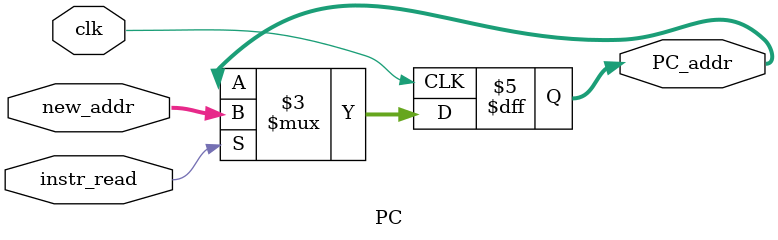
<source format=v>
module JorU_PCandRD(
	input isJorU,
	input [1:0]  JUtype,
	input [31:0] old_PC, imm, rs1,
	output reg [31:0] rd, new_PC
);
parameter 
    is_jalr = 0, is_jal = 1, is_auipc = 2, is_lui = 3; 
always@(*)
begin
	if(isJorU)
		case(JUtype)
			is_jalr: begin //JALR
				rd = old_PC + 4; 
                new_PC = imm + rs1;
			end
            is_jal: begin //JAL
				rd = old_PC + 4;
				new_PC = old_PC + imm;
			end
			is_auipc: begin //AUIPC
				rd = old_PC + imm;
				new_PC = old_PC + 4;
			end
			is_lui: begin //LUI
				rd = imm;
				new_PC = old_PC + 4;
			end
		endcase
	else begin
		rd = 0;
		new_PC = 0;
	end
end
endmodule

/*module JorU_PCandRD(
	input isJorU, jalr,
	input [2:0]  op_first3,
	input [31:0] old_PC, imm, rs1,
	output reg [31:0] rd, new_PC
);
always@(*)
begin
	if(isJorU)
		case(op_first3)
			3'b110: begin 
                if(jalr)begin //JALR
                    rd = old_PC + 4;
                    new_PC = imm + rs1;
                end
                else begin //JAL
                    rd = old_PC + 4;
				    new_PC = old_PC + imm;
                end
            end
			3'b001: begin //AUIPC
				rd = old_PC + imm;
				new_PC = old_PC + 4;
			end
			2'b10: begin //LUI
				rd = imm;
				new_PC = old_PC + 4;
			end
		endcase
	else begin
		rd = 0;
		new_PC = 0;
	end
end
endmodule
*/
module PCSrc(
    input branch, Zero, isJorU,
    output reg [1:0]pc_src
);

reg must_branch;
always @(*) begin
    must_branch = branch & Zero;
    if(isJorU)
        pc_src = 2'b11;
    else if(must_branch)
        pc_src = 2'b01;
    else
        pc_src = 2'b10;
end
endmodule


module PCmux(
    input isJorU,
    input [1:0]pc_src,
    input [31:0]old_pc, imm, pc_fromJU,
    output reg [31:0]new_pc
);
always @(*) begin
    case (pc_src)
        2'b11:
            if(isJorU)
                new_pc = pc_fromJU;
            else
                new_pc = old_pc + 4;
        2'b10:
            new_pc = old_pc + 4;
        2'b01:
            new_pc = old_pc + imm;
        default: 
            new_pc = old_pc + 4;
    endcase

end
endmodule


module PC(
    input clk, instr_read,
    input [31:0] new_addr,
    output reg [31:0] PC_addr
);
initial
	PC_addr = 0;

always@(negedge clk)
    begin
        if(instr_read) begin
            PC_addr <= new_addr; 
        end
    end     
endmodule
</source>
